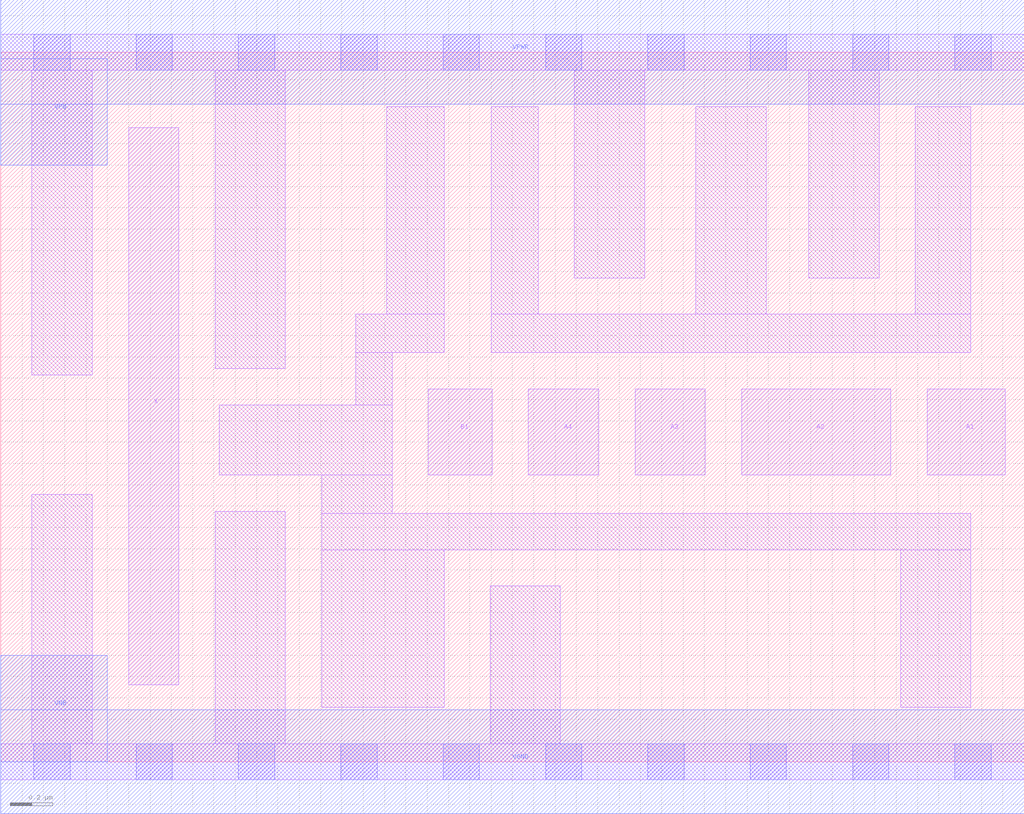
<source format=lef>
# Copyright 2020 The SkyWater PDK Authors
#
# Licensed under the Apache License, Version 2.0 (the "License");
# you may not use this file except in compliance with the License.
# You may obtain a copy of the License at
#
#     https://www.apache.org/licenses/LICENSE-2.0
#
# Unless required by applicable law or agreed to in writing, software
# distributed under the License is distributed on an "AS IS" BASIS,
# WITHOUT WARRANTIES OR CONDITIONS OF ANY KIND, either express or implied.
# See the License for the specific language governing permissions and
# limitations under the License.
#
# SPDX-License-Identifier: Apache-2.0

VERSION 5.5 ;
NAMESCASESENSITIVE ON ;
BUSBITCHARS "[]" ;
DIVIDERCHAR "/" ;
MACRO sky130_fd_sc_lp__a41o_2
  CLASS CORE ;
  SOURCE USER ;
  ORIGIN  0.000000  0.000000 ;
  SIZE  4.800000 BY  3.330000 ;
  SYMMETRY X Y R90 ;
  SITE unit ;
  PIN A1
    ANTENNAGATEAREA  0.315000 ;
    DIRECTION INPUT ;
    USE SIGNAL ;
    PORT
      LAYER li1 ;
        RECT 4.345000 1.345000 4.710000 1.750000 ;
    END
  END A1
  PIN A2
    ANTENNAGATEAREA  0.315000 ;
    DIRECTION INPUT ;
    USE SIGNAL ;
    PORT
      LAYER li1 ;
        RECT 3.475000 1.345000 4.175000 1.750000 ;
    END
  END A2
  PIN A3
    ANTENNAGATEAREA  0.315000 ;
    DIRECTION INPUT ;
    USE SIGNAL ;
    PORT
      LAYER li1 ;
        RECT 2.975000 1.345000 3.305000 1.750000 ;
    END
  END A3
  PIN A4
    ANTENNAGATEAREA  0.315000 ;
    DIRECTION INPUT ;
    USE SIGNAL ;
    PORT
      LAYER li1 ;
        RECT 2.475000 1.345000 2.805000 1.750000 ;
    END
  END A4
  PIN B1
    ANTENNAGATEAREA  0.315000 ;
    DIRECTION INPUT ;
    USE SIGNAL ;
    PORT
      LAYER li1 ;
        RECT 2.005000 1.345000 2.305000 1.750000 ;
    END
  END B1
  PIN X
    ANTENNADIFFAREA  0.588000 ;
    DIRECTION OUTPUT ;
    USE SIGNAL ;
    PORT
      LAYER li1 ;
        RECT 0.600000 0.360000 0.835000 2.975000 ;
    END
  END X
  PIN VGND
    DIRECTION INOUT ;
    USE GROUND ;
    PORT
      LAYER met1 ;
        RECT 0.000000 -0.245000 4.800000 0.245000 ;
    END
  END VGND
  PIN VNB
    DIRECTION INOUT ;
    USE GROUND ;
    PORT
    END
  END VNB
  PIN VPB
    DIRECTION INOUT ;
    USE POWER ;
    PORT
    END
  END VPB
  PIN VNB
    DIRECTION INOUT ;
    USE GROUND ;
    PORT
      LAYER met1 ;
        RECT 0.000000 0.000000 0.500000 0.500000 ;
    END
  END VNB
  PIN VPB
    DIRECTION INOUT ;
    USE POWER ;
    PORT
      LAYER met1 ;
        RECT 0.000000 2.800000 0.500000 3.300000 ;
    END
  END VPB
  PIN VPWR
    DIRECTION INOUT ;
    USE POWER ;
    PORT
      LAYER met1 ;
        RECT 0.000000 3.085000 4.800000 3.575000 ;
    END
  END VPWR
  OBS
    LAYER li1 ;
      RECT 0.000000 -0.085000 4.800000 0.085000 ;
      RECT 0.000000  3.245000 4.800000 3.415000 ;
      RECT 0.145000  0.085000 0.430000 1.255000 ;
      RECT 0.145000  1.815000 0.430000 3.245000 ;
      RECT 1.005000  0.085000 1.335000 1.175000 ;
      RECT 1.005000  1.845000 1.335000 3.245000 ;
      RECT 1.025000  1.345000 1.835000 1.675000 ;
      RECT 1.505000  0.255000 2.080000 0.995000 ;
      RECT 1.505000  0.995000 4.550000 1.165000 ;
      RECT 1.505000  1.165000 1.835000 1.345000 ;
      RECT 1.665000  1.675000 1.835000 1.920000 ;
      RECT 1.665000  1.920000 2.080000 2.100000 ;
      RECT 1.810000  2.100000 2.080000 3.075000 ;
      RECT 2.295000  0.085000 2.625000 0.825000 ;
      RECT 2.300000  1.920000 4.550000 2.100000 ;
      RECT 2.300000  2.100000 2.520000 3.075000 ;
      RECT 2.690000  2.270000 3.020000 3.245000 ;
      RECT 3.260000  2.100000 3.590000 3.075000 ;
      RECT 3.790000  2.270000 4.120000 3.245000 ;
      RECT 4.220000  0.255000 4.550000 0.995000 ;
      RECT 4.290000  2.100000 4.550000 3.075000 ;
    LAYER mcon ;
      RECT 0.155000 -0.085000 0.325000 0.085000 ;
      RECT 0.155000  3.245000 0.325000 3.415000 ;
      RECT 0.635000 -0.085000 0.805000 0.085000 ;
      RECT 0.635000  3.245000 0.805000 3.415000 ;
      RECT 1.115000 -0.085000 1.285000 0.085000 ;
      RECT 1.115000  3.245000 1.285000 3.415000 ;
      RECT 1.595000 -0.085000 1.765000 0.085000 ;
      RECT 1.595000  3.245000 1.765000 3.415000 ;
      RECT 2.075000 -0.085000 2.245000 0.085000 ;
      RECT 2.075000  3.245000 2.245000 3.415000 ;
      RECT 2.555000 -0.085000 2.725000 0.085000 ;
      RECT 2.555000  3.245000 2.725000 3.415000 ;
      RECT 3.035000 -0.085000 3.205000 0.085000 ;
      RECT 3.035000  3.245000 3.205000 3.415000 ;
      RECT 3.515000 -0.085000 3.685000 0.085000 ;
      RECT 3.515000  3.245000 3.685000 3.415000 ;
      RECT 3.995000 -0.085000 4.165000 0.085000 ;
      RECT 3.995000  3.245000 4.165000 3.415000 ;
      RECT 4.475000 -0.085000 4.645000 0.085000 ;
      RECT 4.475000  3.245000 4.645000 3.415000 ;
  END
END sky130_fd_sc_lp__a41o_2
END LIBRARY

</source>
